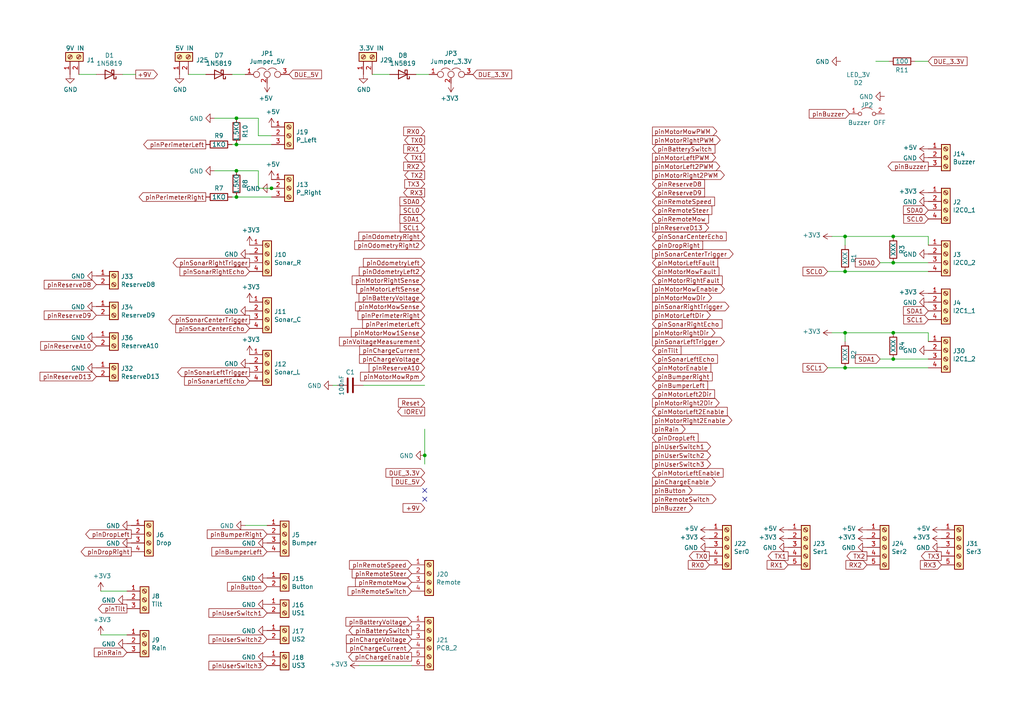
<source format=kicad_sch>
(kicad_sch (version 20210406) (generator eeschema)
  (paper "A4")
  (title_block (title "Ardumower DUE Basic Board") (date "2021-04-06") (rev "v1.0"))
  (lib_symbols
    (symbol "Connector:Screw_Terminal_01x02" (pin_names (offset 1.016) hide)
      (property "Reference" "J" (at 0 2.54 0))
      (property "Value" "Screw_Terminal_01x02" (at 0 -5.08 0))
      (symbol "Screw_Terminal_01x02_1_1"
        (pin passive line (at -5.08 0 0) (length 3.81) (name "Pin_1") (number "1"))
        (pin passive line (at -5.08 -2.54 0) (length 3.81) (name "Pin_2") (number "2"))
      )
    )
    (symbol "Connector:Screw_Terminal_01x03" (pin_names (offset 1.016) hide)
      (property "Reference" "J" (at 0 5.08 0))
      (property "Value" "Screw_Terminal_01x03" (at 0 -5.08 0))
      (symbol "Screw_Terminal_01x03_1_1"
        (pin passive line (at -5.08 2.54 0) (length 3.81) (name "Pin_1") (number "1"))
        (pin passive line (at -5.08 0 0) (length 3.81) (name "Pin_2") (number "2"))
        (pin passive line (at -5.08 -2.54 0) (length 3.81) (name "Pin_3") (number "3"))
      )
    )
    (symbol "Connector:Screw_Terminal_01x04" (pin_names (offset 1.016) hide)
      (property "Reference" "J" (at 0 5.08 0))
      (property "Value" "Screw_Terminal_01x04" (at 0 -7.62 0))
      (symbol "Screw_Terminal_01x04_1_1"
        (pin passive line (at -5.08 2.54 0) (length 3.81) (name "Pin_1") (number "1"))
        (pin passive line (at -5.08 0 0) (length 3.81) (name "Pin_2") (number "2"))
        (pin passive line (at -5.08 -2.54 0) (length 3.81) (name "Pin_3") (number "3"))
        (pin passive line (at -5.08 -5.08 0) (length 3.81) (name "Pin_4") (number "4"))
      )
    )
    (symbol "Connector:Screw_Terminal_01x05" (pin_names (offset 1.016) hide)
      (property "Reference" "J" (at 0 7.62 0))
      (property "Value" "Screw_Terminal_01x05" (at 0 -7.62 0))
      (symbol "Screw_Terminal_01x05_1_1"
        (pin passive line (at -5.08 5.08 0) (length 3.81) (name "Pin_1") (number "1"))
        (pin passive line (at -5.08 2.54 0) (length 3.81) (name "Pin_2") (number "2"))
        (pin passive line (at -5.08 0 0) (length 3.81) (name "Pin_3") (number "3"))
        (pin passive line (at -5.08 -2.54 0) (length 3.81) (name "Pin_4") (number "4"))
        (pin passive line (at -5.08 -5.08 0) (length 3.81) (name "Pin_5") (number "5"))
      )
    )
    (symbol "Connector:Screw_Terminal_01x06" (pin_names (offset 1.016) hide)
      (property "Reference" "J" (at 0 7.62 0))
      (property "Value" "Screw_Terminal_01x06" (at 0 -10.16 0))
      (symbol "Screw_Terminal_01x06_1_1"
        (pin passive line (at -5.08 5.08 0) (length 3.81) (name "Pin_1") (number "1"))
        (pin passive line (at -5.08 2.54 0) (length 3.81) (name "Pin_2") (number "2"))
        (pin passive line (at -5.08 0 0) (length 3.81) (name "Pin_3") (number "3"))
        (pin passive line (at -5.08 -2.54 0) (length 3.81) (name "Pin_4") (number "4"))
        (pin passive line (at -5.08 -5.08 0) (length 3.81) (name "Pin_5") (number "5"))
        (pin passive line (at -5.08 -7.62 0) (length 3.81) (name "Pin_6") (number "6"))
      )
    )
    (symbol "Device:C" (pin_numbers hide) (pin_names (offset 0.254))
      (property "Reference" "C" (at 0.635 2.54 0))
      (property "Value" "C" (at 0.635 -2.54 0))
      (symbol "C_1_1"
        (pin passive line (at 0 3.81 270) (length 2.794) (name "~") (number "1"))
        (pin passive line (at 0 -3.81 90) (length 2.794) (name "~") (number "2"))
      )
    )
    (symbol "Device:Jumper_NC_Dual" (pin_names (offset 0.762) hide)
      (property "Reference" "JP" (at 1.27 -2.54 0))
      (property "Value" "Jumper_NC_Dual" (at 0 2.54 0))
      (symbol "Jumper_NC_Dual_0_1"
        (pin passive line (at -6.35 0 0) (length 2.413) (name "1") (number "1"))
        (pin passive line (at 0 -2.54 90) (length 1.524) (name "2") (number "2"))
        (pin passive line (at 6.35 0 180) (length 2.413) (name "3") (number "3"))
      )
    )
    (symbol "Device:R" (pin_numbers hide) (pin_names (offset 0))
      (property "Reference" "R" (at 2.032 0 90))
      (property "Value" "R" (at 0 0 90))
      (symbol "R_1_1"
        (pin passive line (at 0 3.81 270) (length 1.27) (name "~") (number "1"))
        (pin passive line (at 0 -3.81 90) (length 1.27) (name "~") (number "2"))
      )
    )
    (symbol "Diode:1N5819" (pin_numbers hide) (pin_names (offset 1.016) hide)
      (property "Reference" "D" (at 0 2.54 0))
      (property "Value" "1N5819" (at 0 -2.54 0))
      (symbol "1N5819_1_1"
        (pin passive line (at -3.81 0 0) (length 2.54) (name "K") (number "1"))
        (pin passive line (at 3.81 0 180) (length 2.54) (name "A") (number "2"))
      )
    )
    (symbol "Jumper:Jumper_2_Open" (pin_names (offset 0) hide)
      (property "Reference" "JP" (at 0 2.794 0))
      (property "Value" "Jumper_2_Open" (at 0 -2.286 0))
      (symbol "Jumper_2_Open_1_1"
        (pin passive line (at -5.08 0 0) (length 2.54) (name "A") (number "1"))
        (pin passive line (at 5.08 0 180) (length 2.54) (name "B") (number "2"))
      )
    )
    (symbol "Mechanical:MountingHole_Pad" (pin_numbers hide) (pin_names (offset 1.016) hide)
      (property "Reference" "H" (at 0 6.35 0))
      (property "Value" "MountingHole_Pad" (at 0 4.445 0))
      (symbol "MountingHole_Pad_1_1"
        (pin input line (at 0 -2.54 90) (length 2.54) (name "1") (number "1"))
      )
    )
    (symbol "power:+3.3V" (power) (pin_names (offset 0))
      (property "Value" "+3.3V" (at 0 3.556 0))
      (symbol "+3.3V_1_1"
        (pin power_in line (at 0 0 90) (length 0) hide (name "+3V3") (number "1"))
      )
    )
    (symbol "power:+5V" (power) (pin_names (offset 0))
      (property "Value" "+5V" (at 0 3.556 0))
      (symbol "+5V_1_1"
        (pin power_in line (at 0 0 90) (length 0) hide (name "+5V") (number "1"))
      )
    )
    (symbol "power:GND" (power) (pin_names (offset 0))
      (property "Value" "GND" (at 0 -3.81 0))
      (symbol "GND_1_1"
        (pin power_in line (at 0 0 270) (length 0) hide (name "GND") (number "1"))
      )
    )
  )
  (junction (at 68.58 34.29) (diameter 0.9144))
  (junction (at 68.58 41.91) (diameter 0.9144))
  (junction (at 68.58 49.53) (diameter 0.9144))
  (junction (at 68.58 57.15) (diameter 0.9144))
  (junction (at 78.74 54.61) (diameter 0.9144))
  (junction (at 123.19 132.08) (diameter 0.9144))
  (junction (at 245.11 68.58) (diameter 0.9144))
  (junction (at 245.11 78.74) (diameter 0.9144))
  (junction (at 245.11 96.52) (diameter 0.9144))
  (junction (at 245.11 106.68) (diameter 0.9144))
  (junction (at 259.08 68.58) (diameter 0.9144))
  (junction (at 259.08 76.2) (diameter 0.9144))
  (junction (at 259.08 96.52) (diameter 0.9144))
  (junction (at 259.08 104.14) (diameter 0.9144))
  (no_connect (at 123.19 142.24))
  (no_connect (at 123.19 144.78))
  (wire (pts (xy 22.86 21.59) (xy 27.94 21.59)))
  (wire (pts (xy 29.21 171.45) (xy 36.83 171.45)))
  (wire (pts (xy 29.21 184.15) (xy 36.83 184.15)))
  (wire (pts (xy 35.56 21.59) (xy 39.37 21.59)))
  (wire (pts (xy 54.61 21.59) (xy 59.69 21.59)))
  (wire (pts (xy 62.23 34.29) (xy 68.58 34.29)))
  (wire (pts (xy 62.23 49.53) (xy 68.58 49.53)))
  (wire (pts (xy 67.31 21.59) (xy 71.12 21.59)))
  (wire (pts (xy 67.31 41.91) (xy 68.58 41.91)))
  (wire (pts (xy 67.31 57.15) (xy 68.58 57.15)))
  (wire (pts (xy 71.12 152.4) (xy 77.47 152.4)))
  (wire (pts (xy 74.93 34.29) (xy 68.58 34.29)))
  (wire (pts (xy 74.93 34.29) (xy 74.93 39.37)))
  (wire (pts (xy 74.93 39.37) (xy 78.74 39.37)))
  (wire (pts (xy 74.93 49.53) (xy 68.58 49.53)))
  (wire (pts (xy 74.93 49.53) (xy 74.93 54.61)))
  (wire (pts (xy 74.93 54.61) (xy 78.74 54.61)))
  (wire (pts (xy 78.74 41.91) (xy 68.58 41.91)))
  (wire (pts (xy 78.74 57.15) (xy 68.58 57.15)))
  (wire (pts (xy 96.52 111.76) (xy 97.79 111.76)))
  (wire (pts (xy 104.14 193.04) (xy 119.38 193.04)))
  (wire (pts (xy 105.41 111.76) (xy 123.19 111.76)))
  (wire (pts (xy 107.95 21.59) (xy 113.03 21.59)))
  (wire (pts (xy 120.65 21.59) (xy 124.46 21.59)))
  (wire (pts (xy 123.19 124.46) (xy 123.19 132.08)))
  (wire (pts (xy 123.19 134.62) (xy 123.19 132.08)))
  (wire (pts (xy 240.03 78.74) (xy 245.11 78.74)))
  (wire (pts (xy 240.03 106.68) (xy 245.11 106.68)))
  (wire (pts (xy 245.11 68.58) (xy 241.3 68.58)))
  (wire (pts (xy 245.11 71.12) (xy 245.11 68.58)))
  (wire (pts (xy 245.11 78.74) (xy 269.24 78.74)))
  (wire (pts (xy 245.11 96.52) (xy 241.3 96.52)))
  (wire (pts (xy 245.11 99.06) (xy 245.11 96.52)))
  (wire (pts (xy 245.11 106.68) (xy 269.24 106.68)))
  (wire (pts (xy 255.27 76.2) (xy 259.08 76.2)))
  (wire (pts (xy 255.27 104.14) (xy 259.08 104.14)))
  (wire (pts (xy 257.81 17.78) (xy 254 17.78)))
  (wire (pts (xy 259.08 68.58) (xy 245.11 68.58)))
  (wire (pts (xy 259.08 76.2) (xy 269.24 76.2)))
  (wire (pts (xy 259.08 96.52) (xy 245.11 96.52)))
  (wire (pts (xy 259.08 104.14) (xy 269.24 104.14)))
  (wire (pts (xy 269.24 17.78) (xy 265.43 17.78)))
  (wire (pts (xy 269.24 68.58) (xy 259.08 68.58)))
  (wire (pts (xy 269.24 71.12) (xy 269.24 68.58)))
  (wire (pts (xy 269.24 96.52) (xy 259.08 96.52)))
  (wire (pts (xy 269.24 99.06) (xy 269.24 96.52)))
  (global_label "pinReserveD8" (shape input) (at 27.94 82.55 180) (property "Intersheet References" "${INTERSHEET_REFS}" (effects hide)))
  (global_label "pinReserveD9" (shape input) (at 27.94 91.44 180) (property "Intersheet References" "${INTERSHEET_REFS}" (effects hide)))
  (global_label "pinReserveA10" (shape input) (at 27.94 100.33 180) (property "Intersheet References" "${INTERSHEET_REFS}" (effects hide)))
  (global_label "pinReserveD13" (shape input) (at 27.94 109.22 180) (property "Intersheet References" "${INTERSHEET_REFS}" (effects hide)))
  (global_label "pinTilt" (shape output) (at 36.83 176.53 180) (property "Intersheet References" "${INTERSHEET_REFS}" (effects hide)))
  (global_label "pinRain" (shape input) (at 36.83 189.23 180) (property "Intersheet References" "${INTERSHEET_REFS}" (effects hide)))
  (global_label "pinDropLeft" (shape output) (at 38.1 154.94 180) (property "Intersheet References" "${INTERSHEET_REFS}" (effects hide)))
  (global_label "pinDropRight" (shape output) (at 38.1 160.02 180) (property "Intersheet References" "${INTERSHEET_REFS}" (effects hide)))
  (global_label "+9V" (shape output) (at 39.37 21.59 0) (property "Intersheet References" "${INTERSHEET_REFS}" (effects hide)))
  (global_label "pinPerimeterLeft" (shape output) (at 59.69 41.91 180) (property "Intersheet References" "${INTERSHEET_REFS}" (effects hide)))
  (global_label "pinPerimeterRight" (shape output) (at 59.69 57.15 180) (property "Intersheet References" "${INTERSHEET_REFS}" (effects hide)))
  (global_label "pinSonarRightTrigger" (shape output) (at 72.39 76.2 180) (property "Intersheet References" "${INTERSHEET_REFS}" (effects hide)))
  (global_label "pinSonarRightEcho" (shape input) (at 72.39 78.74 180) (property "Intersheet References" "${INTERSHEET_REFS}" (effects hide)))
  (global_label "pinSonarCenterTrigger" (shape output) (at 72.39 92.71 180) (property "Intersheet References" "${INTERSHEET_REFS}" (effects hide)))
  (global_label "pinSonarCenterEcho" (shape input) (at 72.39 95.25 180) (property "Intersheet References" "${INTERSHEET_REFS}" (effects hide)))
  (global_label "pinSonarLeftTrigger" (shape output) (at 72.39 107.95 180) (property "Intersheet References" "${INTERSHEET_REFS}" (effects hide)))
  (global_label "pinSonarLeftEcho" (shape input) (at 72.39 110.49 180) (property "Intersheet References" "${INTERSHEET_REFS}" (effects hide)))
  (global_label "pinBumperRight" (shape input) (at 77.47 154.94 180) (property "Intersheet References" "${INTERSHEET_REFS}" (effects hide)))
  (global_label "pinBumperLeft" (shape input) (at 77.47 160.02 180) (property "Intersheet References" "${INTERSHEET_REFS}" (effects hide)))
  (global_label "pinButton" (shape input) (at 77.47 170.18 180) (property "Intersheet References" "${INTERSHEET_REFS}" (effects hide)))
  (global_label "pinUserSwitch1" (shape input) (at 77.47 177.8 180) (property "Intersheet References" "${INTERSHEET_REFS}" (effects hide)))
  (global_label "pinUserSwitch2" (shape input) (at 77.47 185.42 180) (property "Intersheet References" "${INTERSHEET_REFS}" (effects hide)))
  (global_label "pinUserSwitch3" (shape input) (at 77.47 193.04 180) (property "Intersheet References" "${INTERSHEET_REFS}" (effects hide)))
  (global_label "DUE_5V" (shape input) (at 83.82 21.59 0) (property "Intersheet References" "${INTERSHEET_REFS}" (effects hide)))
  (global_label "pinRemoteSpeed" (shape input) (at 119.38 163.83 180) (property "Intersheet References" "${INTERSHEET_REFS}" (effects hide)))
  (global_label "pinRemoteSteer" (shape input) (at 119.38 166.37 180) (property "Intersheet References" "${INTERSHEET_REFS}" (effects hide)))
  (global_label "pinRemoteMow" (shape input) (at 119.38 168.91 180) (property "Intersheet References" "${INTERSHEET_REFS}" (effects hide)))
  (global_label "pinRemoteSwitch" (shape input) (at 119.38 171.45 180) (property "Intersheet References" "${INTERSHEET_REFS}" (effects hide)))
  (global_label "pinBatteryVoltage" (shape input) (at 119.38 180.34 180) (property "Intersheet References" "${INTERSHEET_REFS}" (effects hide)))
  (global_label "pinBatterySwitch" (shape output) (at 119.38 182.88 180) (property "Intersheet References" "${INTERSHEET_REFS}" (effects hide)))
  (global_label "pinChargeVoltage" (shape input) (at 119.38 185.42 180) (property "Intersheet References" "${INTERSHEET_REFS}" (effects hide)))
  (global_label "pinChargeCurrent" (shape input) (at 119.38 187.96 180) (property "Intersheet References" "${INTERSHEET_REFS}" (effects hide)))
  (global_label "pinChargeEnable" (shape output) (at 119.38 190.5 180) (property "Intersheet References" "${INTERSHEET_REFS}" (effects hide)))
  (global_label "RX0" (shape input) (at 123.19 38.1 180) (property "Intersheet References" "${INTERSHEET_REFS}" (effects hide)))
  (global_label "TX0" (shape output) (at 123.19 40.64 180) (property "Intersheet References" "${INTERSHEET_REFS}" (effects hide)))
  (global_label "RX1" (shape input) (at 123.19 43.18 180) (property "Intersheet References" "${INTERSHEET_REFS}" (effects hide)))
  (global_label "TX1" (shape output) (at 123.19 45.72 180) (property "Intersheet References" "${INTERSHEET_REFS}" (effects hide)))
  (global_label "RX2" (shape input) (at 123.19 48.26 180) (property "Intersheet References" "${INTERSHEET_REFS}" (effects hide)))
  (global_label "TX2" (shape output) (at 123.19 50.8 180) (property "Intersheet References" "${INTERSHEET_REFS}" (effects hide)))
  (global_label "TX3" (shape input) (at 123.19 53.34 180) (property "Intersheet References" "${INTERSHEET_REFS}" (effects hide)))
  (global_label "RX3" (shape output) (at 123.19 55.88 180) (property "Intersheet References" "${INTERSHEET_REFS}" (effects hide)))
  (global_label "SDA0" (shape input) (at 123.19 58.42 180) (property "Intersheet References" "${INTERSHEET_REFS}" (effects hide)))
  (global_label "SCL0" (shape input) (at 123.19 60.96 180) (property "Intersheet References" "${INTERSHEET_REFS}" (effects hide)))
  (global_label "SDA1" (shape input) (at 123.19 63.5 180) (property "Intersheet References" "${INTERSHEET_REFS}" (effects hide)))
  (global_label "SCL1" (shape input) (at 123.19 66.04 180) (property "Intersheet References" "${INTERSHEET_REFS}" (effects hide)))
  (global_label "pinOdometryRight" (shape input) (at 123.19 68.58 180) (property "Intersheet References" "${INTERSHEET_REFS}" (effects hide)))
  (global_label "pinOdometryRight2" (shape input) (at 123.19 71.12 180) (property "Intersheet References" "${INTERSHEET_REFS}" (effects hide)))
  (global_label "pinOdometryLeft" (shape input) (at 123.19 76.2 180) (property "Intersheet References" "${INTERSHEET_REFS}" (effects hide)))
  (global_label "pinOdometryLeft2" (shape input) (at 123.19 78.74 180) (property "Intersheet References" "${INTERSHEET_REFS}" (effects hide)))
  (global_label "pinMotorRightSense" (shape input) (at 123.19 81.28 180) (property "Intersheet References" "${INTERSHEET_REFS}" (effects hide)))
  (global_label "pinMotorLeftSense" (shape input) (at 123.19 83.82 180) (property "Intersheet References" "${INTERSHEET_REFS}" (effects hide)))
  (global_label "pinBatteryVoltage" (shape input) (at 123.19 86.36 180) (property "Intersheet References" "${INTERSHEET_REFS}" (effects hide)))
  (global_label "pinMotorMowSense" (shape input) (at 123.19 88.9 180) (property "Intersheet References" "${INTERSHEET_REFS}" (effects hide)))
  (global_label "pinPerimeterRight" (shape input) (at 123.19 91.44 180) (property "Intersheet References" "${INTERSHEET_REFS}" (effects hide)))
  (global_label "pinPerimeterLeft" (shape input) (at 123.19 93.98 180) (property "Intersheet References" "${INTERSHEET_REFS}" (effects hide)))
  (global_label "pinMotorMow1Sense" (shape input) (at 123.19 96.52 180) (property "Intersheet References" "${INTERSHEET_REFS}" (effects hide)))
  (global_label "pinVoltageMeasurement" (shape input) (at 123.19 99.06 180) (property "Intersheet References" "${INTERSHEET_REFS}" (effects hide)))
  (global_label "pinChargeCurrent" (shape input) (at 123.19 101.6 180) (property "Intersheet References" "${INTERSHEET_REFS}" (effects hide)))
  (global_label "pinChargeVoltage" (shape input) (at 123.19 104.14 180) (property "Intersheet References" "${INTERSHEET_REFS}" (effects hide)))
  (global_label "pinReserveA10" (shape input) (at 123.19 106.68 180) (property "Intersheet References" "${INTERSHEET_REFS}" (effects hide)))
  (global_label "pinMotorMowRpm" (shape input) (at 123.19 109.22 180) (property "Intersheet References" "${INTERSHEET_REFS}" (effects hide)))
  (global_label "Reset" (shape input) (at 123.19 116.84 180) (property "Intersheet References" "${INTERSHEET_REFS}" (effects hide)))
  (global_label "IOREV" (shape output) (at 123.19 119.38 180) (property "Intersheet References" "${INTERSHEET_REFS}" (effects hide)))
  (global_label "DUE_3.3V" (shape input) (at 123.19 137.16 180) (property "Intersheet References" "${INTERSHEET_REFS}" (effects hide)))
  (global_label "DUE_5V" (shape input) (at 123.19 139.7 180) (property "Intersheet References" "${INTERSHEET_REFS}" (effects hide)))
  (global_label "+9V" (shape input) (at 123.19 147.32 180) (property "Intersheet References" "${INTERSHEET_REFS}" (effects hide)))
  (global_label "DUE_3.3V" (shape input) (at 137.16 21.59 0) (property "Intersheet References" "${INTERSHEET_REFS}" (effects hide)))
  (global_label "pinMotorMowPWM" (shape output) (at 189.23 38.1 0) (property "Intersheet References" "${INTERSHEET_REFS}" (effects hide)))
  (global_label "pinMotorRightPWM" (shape output) (at 189.23 40.64 0) (property "Intersheet References" "${INTERSHEET_REFS}" (effects hide)))
  (global_label "pinBatterySwitch" (shape input) (at 189.23 43.18 0) (property "Intersheet References" "${INTERSHEET_REFS}" (effects hide)))
  (global_label "pinMotorLeftPWM" (shape output) (at 189.23 45.72 0) (property "Intersheet References" "${INTERSHEET_REFS}" (effects hide)))
  (global_label "pinMotorLeft2PWM" (shape output) (at 189.23 48.26 0) (property "Intersheet References" "${INTERSHEET_REFS}" (effects hide)))
  (global_label "pinMotorRight2PWM" (shape output) (at 189.23 50.8 0) (property "Intersheet References" "${INTERSHEET_REFS}" (effects hide)))
  (global_label "pinReserveD8" (shape input) (at 189.23 53.34 0) (property "Intersheet References" "${INTERSHEET_REFS}" (effects hide)))
  (global_label "pinReserveD9" (shape input) (at 189.23 55.88 0) (property "Intersheet References" "${INTERSHEET_REFS}" (effects hide)))
  (global_label "pinRemoteSpeed" (shape input) (at 189.23 58.42 0) (property "Intersheet References" "${INTERSHEET_REFS}" (effects hide)))
  (global_label "pinRemoteSteer" (shape input) (at 189.23 60.96 0) (property "Intersheet References" "${INTERSHEET_REFS}" (effects hide)))
  (global_label "pinRemoteMow" (shape input) (at 189.23 63.5 0) (property "Intersheet References" "${INTERSHEET_REFS}" (effects hide)))
  (global_label "pinReserveD13" (shape output) (at 189.23 66.04 0) (property "Intersheet References" "${INTERSHEET_REFS}" (effects hide)))
  (global_label "pinSonarCenterEcho" (shape input) (at 189.23 68.58 0) (property "Intersheet References" "${INTERSHEET_REFS}" (effects hide)))
  (global_label "pinDropRight" (shape input) (at 189.23 71.12 0) (property "Intersheet References" "${INTERSHEET_REFS}" (effects hide)))
  (global_label "pinSonarCenterTrigger" (shape output) (at 189.23 73.66 0) (property "Intersheet References" "${INTERSHEET_REFS}" (effects hide)))
  (global_label "pinMotorLeftFault" (shape input) (at 189.23 76.2 0) (property "Intersheet References" "${INTERSHEET_REFS}" (effects hide)))
  (global_label "pinMotorMowFault" (shape input) (at 189.23 78.74 0) (property "Intersheet References" "${INTERSHEET_REFS}" (effects hide)))
  (global_label "pinMotorRightFault" (shape input) (at 189.23 81.28 0) (property "Intersheet References" "${INTERSHEET_REFS}" (effects hide)))
  (global_label "pinMotorMowEnable" (shape output) (at 189.23 83.82 0) (property "Intersheet References" "${INTERSHEET_REFS}" (effects hide)))
  (global_label "pinMotorMowDir" (shape output) (at 189.23 86.36 0) (property "Intersheet References" "${INTERSHEET_REFS}" (effects hide)))
  (global_label "pinSonarRightTrigger" (shape output) (at 189.23 88.9 0) (property "Intersheet References" "${INTERSHEET_REFS}" (effects hide)))
  (global_label "pinMotorLeftDir" (shape output) (at 189.23 91.44 0) (property "Intersheet References" "${INTERSHEET_REFS}" (effects hide)))
  (global_label "pinSonarRightEcho" (shape input) (at 189.23 93.98 0) (property "Intersheet References" "${INTERSHEET_REFS}" (effects hide)))
  (global_label "pinMotorRightDir" (shape output) (at 189.23 96.52 0) (property "Intersheet References" "${INTERSHEET_REFS}" (effects hide)))
  (global_label "pinSonarLeftTrigger" (shape output) (at 189.23 99.06 0) (property "Intersheet References" "${INTERSHEET_REFS}" (effects hide)))
  (global_label "pinTilt" (shape input) (at 189.23 101.6 0) (property "Intersheet References" "${INTERSHEET_REFS}" (effects hide)))
  (global_label "pinSonarLeftEcho" (shape input) (at 189.23 104.14 0) (property "Intersheet References" "${INTERSHEET_REFS}" (effects hide)))
  (global_label "pinMotorEnable" (shape input) (at 189.23 106.68 0) (property "Intersheet References" "${INTERSHEET_REFS}" (effects hide)))
  (global_label "pinBumperRight" (shape input) (at 189.23 109.22 0) (property "Intersheet References" "${INTERSHEET_REFS}" (effects hide)))
  (global_label "pinBumperLeft" (shape input) (at 189.23 111.76 0) (property "Intersheet References" "${INTERSHEET_REFS}" (effects hide)))
  (global_label "pinMotorLeft2Dir" (shape input) (at 189.23 114.3 0) (property "Intersheet References" "${INTERSHEET_REFS}" (effects hide)))
  (global_label "pinMotorRight2Dir" (shape output) (at 189.23 116.84 0) (property "Intersheet References" "${INTERSHEET_REFS}" (effects hide)))
  (global_label "pinMotorLeft2Enable" (shape input) (at 189.23 119.38 0) (property "Intersheet References" "${INTERSHEET_REFS}" (effects hide)))
  (global_label "pinMotorRight2Enable" (shape output) (at 189.23 121.92 0) (property "Intersheet References" "${INTERSHEET_REFS}" (effects hide)))
  (global_label "pinRain" (shape output) (at 189.23 124.46 0) (property "Intersheet References" "${INTERSHEET_REFS}" (effects hide)))
  (global_label "pinDropLeft" (shape input) (at 189.23 127 0) (property "Intersheet References" "${INTERSHEET_REFS}" (effects hide)))
  (global_label "pinUserSwitch1" (shape output) (at 189.23 129.54 0) (property "Intersheet References" "${INTERSHEET_REFS}" (effects hide)))
  (global_label "pinUserSwitch2" (shape output) (at 189.23 132.08 0) (property "Intersheet References" "${INTERSHEET_REFS}" (effects hide)))
  (global_label "pinUserSwitch3" (shape output) (at 189.23 134.62 0) (property "Intersheet References" "${INTERSHEET_REFS}" (effects hide)))
  (global_label "pinMotorLeftEnable" (shape input) (at 189.23 137.16 0) (property "Intersheet References" "${INTERSHEET_REFS}" (effects hide)))
  (global_label "pinChargeEnable" (shape output) (at 189.23 139.7 0) (property "Intersheet References" "${INTERSHEET_REFS}" (effects hide)))
  (global_label "pinButton" (shape output) (at 189.23 142.24 0) (property "Intersheet References" "${INTERSHEET_REFS}" (effects hide)))
  (global_label "pinRemoteSwitch" (shape output) (at 189.23 144.78 0) (property "Intersheet References" "${INTERSHEET_REFS}" (effects hide)))
  (global_label "pinBuzzer" (shape output) (at 189.23 147.32 0) (property "Intersheet References" "${INTERSHEET_REFS}" (effects hide)))
  (global_label "TX0" (shape output) (at 205.74 161.29 180) (property "Intersheet References" "${INTERSHEET_REFS}" (effects hide)))
  (global_label "RX0" (shape input) (at 205.74 163.83 180) (property "Intersheet References" "${INTERSHEET_REFS}" (effects hide)))
  (global_label "TX1" (shape output) (at 228.6 161.29 180) (property "Intersheet References" "${INTERSHEET_REFS}" (effects hide)))
  (global_label "RX1" (shape input) (at 228.6 163.83 180) (property "Intersheet References" "${INTERSHEET_REFS}" (effects hide)))
  (global_label "SCL0" (shape input) (at 240.03 78.74 180) (property "Intersheet References" "${INTERSHEET_REFS}" (effects hide)))
  (global_label "SCL1" (shape input) (at 240.03 106.68 180) (property "Intersheet References" "${INTERSHEET_REFS}" (effects hide)))
  (global_label "pinBuzzer" (shape input) (at 246.38 33.02 180) (property "Intersheet References" "${INTERSHEET_REFS}" (effects hide)))
  (global_label "TX2" (shape output) (at 251.46 161.29 180) (property "Intersheet References" "${INTERSHEET_REFS}" (effects hide)))
  (global_label "RX2" (shape input) (at 251.46 163.83 180) (property "Intersheet References" "${INTERSHEET_REFS}" (effects hide)))
  (global_label "SDA0" (shape input) (at 255.27 76.2 180) (property "Intersheet References" "${INTERSHEET_REFS}" (effects hide)))
  (global_label "SDA1" (shape input) (at 255.27 104.14 180) (property "Intersheet References" "${INTERSHEET_REFS}" (effects hide)))
  (global_label "DUE_3.3V" (shape input) (at 269.24 17.78 0) (property "Intersheet References" "${INTERSHEET_REFS}" (effects hide)))
  (global_label "pinBuzzer" (shape output) (at 269.24 48.26 180) (property "Intersheet References" "${INTERSHEET_REFS}" (effects hide)))
  (global_label "SDA0" (shape input) (at 269.24 60.96 180) (property "Intersheet References" "${INTERSHEET_REFS}" (effects hide)))
  (global_label "SCL0" (shape input) (at 269.24 63.5 180) (property "Intersheet References" "${INTERSHEET_REFS}" (effects hide)))
  (global_label "SDA1" (shape input) (at 269.24 90.17 180) (property "Intersheet References" "${INTERSHEET_REFS}" (effects hide)))
  (global_label "SCL1" (shape input) (at 269.24 92.71 180) (property "Intersheet References" "${INTERSHEET_REFS}" (effects hide)))
  (global_label "TX3" (shape output) (at 273.05 161.29 180) (property "Intersheet References" "${INTERSHEET_REFS}" (effects hide)))
  (global_label "RX3" (shape input) (at 273.05 163.83 180) (property "Intersheet References" "${INTERSHEET_REFS}" (effects hide)))
  (symbol (lib_id "power:+3.3V") (at 29.21 171.45 0) (unit 1)
    (property "Reference" "#PWR010" (effects hide))
    (property "Value" "+3.3V" (at 29.591 167.0558 0))
  )
  (symbol (lib_id "power:+3.3V") (at 29.21 184.15 0) (unit 1)
    (property "Reference" "#PWR011" (effects hide))
    (property "Value" "+3.3V" (at 29.591 179.7558 0))
  )
  (symbol (lib_id "power:+3.3V") (at 72.39 71.12 0) (unit 1)
    (property "Reference" "#PWR024" (effects hide))
    (property "Value" "+3.3V" (at 72.771 66.7258 0))
  )
  (symbol (lib_id "power:+3.3V") (at 72.39 87.63 0) (unit 1)
    (property "Reference" "#PWR025" (effects hide))
    (property "Value" "+3.3V" (at 72.771 83.2358 0))
  )
  (symbol (lib_id "power:+3.3V") (at 72.39 102.87 0) (unit 1)
    (property "Reference" "#PWR038" (effects hide))
    (property "Value" "+3.3V" (at 72.771 98.4758 0))
  )
  (symbol (lib_id "power:+5V") (at 77.47 24.13 180) (unit 1)
    (property "Reference" "#PWR039" (effects hide))
    (property "Value" "+5V" (at 77.089 28.5242 0))
  )
  (symbol (lib_id "power:+5V") (at 78.74 36.83 0) (unit 1)
    (property "Reference" "#PWR034" (effects hide))
    (property "Value" "+5V" (at 79.121 32.4358 0))
  )
  (symbol (lib_id "power:+5V") (at 78.74 52.07 0) (unit 1)
    (property "Reference" "#PWR026" (effects hide))
    (property "Value" "+5V" (at 79.121 47.6758 0))
  )
  (symbol (lib_id "power:+3.3V") (at 104.14 193.04 90) (unit 1)
    (property "Reference" "#PWR08" (effects hide))
    (property "Value" "+3.3V" (at 100.8888 192.659 90) (effects (justify left)))
  )
  (symbol (lib_id "power:+3.3V") (at 130.81 24.13 180) (unit 1)
    (property "Reference" "#PWR050" (effects hide))
    (property "Value" "+3.3V" (at 130.429 28.5242 0))
  )
  (symbol (lib_id "power:+5V") (at 205.74 153.67 90) (unit 1)
    (property "Reference" "#PWR044" (effects hide))
    (property "Value" "+5V" (at 202.4888 153.289 90) (effects (justify left)))
  )
  (symbol (lib_id "power:+3.3V") (at 205.74 156.21 90) (unit 1)
    (property "Reference" "#PWR045" (effects hide))
    (property "Value" "+3.3V" (at 202.4888 155.829 90) (effects (justify left)))
  )
  (symbol (lib_id "power:+5V") (at 228.6 153.67 90) (unit 1)
    (property "Reference" "#PWR072" (effects hide))
    (property "Value" "+5V" (at 225.3488 153.289 90) (effects (justify left)))
  )
  (symbol (lib_id "power:+3.3V") (at 228.6 156.21 90) (unit 1)
    (property "Reference" "#PWR073" (effects hide))
    (property "Value" "+3.3V" (at 225.3488 155.829 90) (effects (justify left)))
  )
  (symbol (lib_id "power:+3.3V") (at 241.3 68.58 90) (unit 1)
    (property "Reference" "#PWR04" (effects hide))
    (property "Value" "+3.3V" (at 238.0488 68.199 90) (effects (justify left)))
  )
  (symbol (lib_id "power:+3.3V") (at 241.3 96.52 90) (unit 1)
    (property "Reference" "#PWR051" (effects hide))
    (property "Value" "+3.3V" (at 238.0488 96.139 90) (effects (justify left)))
  )
  (symbol (lib_id "power:+5V") (at 251.46 153.67 90) (unit 1)
    (property "Reference" "#PWR075" (effects hide))
    (property "Value" "+5V" (at 248.2088 153.289 90) (effects (justify left)))
  )
  (symbol (lib_id "power:+3.3V") (at 251.46 156.21 90) (unit 1)
    (property "Reference" "#PWR076" (effects hide))
    (property "Value" "+3.3V" (at 248.2088 155.829 90) (effects (justify left)))
  )
  (symbol (lib_id "power:+5V") (at 269.24 43.18 90) (unit 1)
    (property "Reference" "#PWR028" (effects hide))
    (property "Value" "+5V" (at 265.9888 42.799 90) (effects (justify left)))
  )
  (symbol (lib_id "power:+3.3V") (at 269.24 55.88 90) (unit 1)
    (property "Reference" "#PWR02" (effects hide))
    (property "Value" "+3.3V" (at 265.9888 55.499 90) (effects (justify left)))
  )
  (symbol (lib_id "power:+3.3V") (at 269.24 85.09 90) (unit 1)
    (property "Reference" "#PWR06" (effects hide))
    (property "Value" "+3.3V" (at 265.9888 84.709 90) (effects (justify left)))
  )
  (symbol (lib_id "power:+5V") (at 273.05 153.67 90) (unit 1)
    (property "Reference" "#PWR078" (effects hide))
    (property "Value" "+5V" (at 269.7988 153.289 90) (effects (justify left)))
  )
  (symbol (lib_id "power:+3.3V") (at 273.05 156.21 90) (unit 1)
    (property "Reference" "#PWR079" (effects hide))
    (property "Value" "+3.3V" (at 269.7988 155.829 90) (effects (justify left)))
  )
  (symbol (lib_id "power:GND") (at 20.32 21.59 0) (unit 1)
    (property "Reference" "#PWR01" (effects hide))
    (property "Value" "GND" (at 20.447 25.9842 0))
  )
  (symbol (lib_id "power:GND") (at 27.94 80.01 270) (unit 1)
    (property "Reference" "#PWR052" (effects hide))
    (property "Value" "GND" (at 24.6888 80.137 90) (effects (justify right)))
  )
  (symbol (lib_id "power:GND") (at 27.94 88.9 270) (unit 1)
    (property "Reference" "#PWR059" (effects hide))
    (property "Value" "GND" (at 24.6888 89.027 90) (effects (justify right)))
  )
  (symbol (lib_id "power:GND") (at 27.94 97.79 270) (unit 1)
    (property "Reference" "#PWR065" (effects hide))
    (property "Value" "GND" (at 24.6888 97.917 90) (effects (justify right)))
  )
  (symbol (lib_id "power:GND") (at 27.94 106.68 270) (unit 1)
    (property "Reference" "#PWR09" (effects hide))
    (property "Value" "GND" (at 24.6888 106.807 90) (effects (justify right)))
  )
  (symbol (lib_id "power:GND") (at 36.83 173.99 270) (unit 1)
    (property "Reference" "#PWR016" (effects hide))
    (property "Value" "GND" (at 33.5788 174.117 90) (effects (justify right)))
  )
  (symbol (lib_id "power:GND") (at 36.83 186.69 270) (unit 1)
    (property "Reference" "#PWR017" (effects hide))
    (property "Value" "GND" (at 33.5788 186.817 90) (effects (justify right)))
  )
  (symbol (lib_id "power:GND") (at 38.1 152.4 270) (unit 1)
    (property "Reference" "#PWR014" (effects hide))
    (property "Value" "GND" (at 34.8488 152.527 90) (effects (justify right)))
  )
  (symbol (lib_id "power:GND") (at 38.1 157.48 270) (unit 1)
    (property "Reference" "#PWR015" (effects hide))
    (property "Value" "GND" (at 34.8488 157.607 90) (effects (justify right)))
  )
  (symbol (lib_id "power:GND") (at 52.07 21.59 0) (unit 1)
    (property "Reference" "#PWR023" (effects hide))
    (property "Value" "GND" (at 52.197 25.9842 0))
  )
  (symbol (lib_id "power:GND") (at 62.23 34.29 270) (unit 1)
    (property "Reference" "#PWR022" (effects hide))
    (property "Value" "GND" (at 58.9788 34.417 90) (effects (justify right)))
  )
  (symbol (lib_id "power:GND") (at 62.23 49.53 270) (unit 1)
    (property "Reference" "#PWR021" (effects hide))
    (property "Value" "GND" (at 58.9788 49.657 90) (effects (justify right)))
  )
  (symbol (lib_id "power:GND") (at 71.12 152.4 270) (unit 1)
    (property "Reference" "#PWR012" (effects hide))
    (property "Value" "GND" (at 67.8688 152.527 90) (effects (justify right)))
  )
  (symbol (lib_id "power:GND") (at 72.39 73.66 270) (unit 1)
    (property "Reference" "#PWR020" (effects hide))
    (property "Value" "GND" (at 69.1388 73.787 90) (effects (justify right)))
  )
  (symbol (lib_id "power:GND") (at 72.39 90.17 270) (unit 1)
    (property "Reference" "#PWR018" (effects hide))
    (property "Value" "GND" (at 69.1388 90.297 90) (effects (justify right)))
  )
  (symbol (lib_id "power:GND") (at 72.39 105.41 270) (unit 1)
    (property "Reference" "#PWR019" (effects hide))
    (property "Value" "GND" (at 69.1388 105.537 90) (effects (justify right)))
  )
  (symbol (lib_id "power:GND") (at 77.47 157.48 270) (unit 1)
    (property "Reference" "#PWR013" (effects hide))
    (property "Value" "GND" (at 74.2188 157.607 90) (effects (justify right)))
  )
  (symbol (lib_id "power:GND") (at 77.47 167.64 270) (unit 1)
    (property "Reference" "#PWR030" (effects hide))
    (property "Value" "GND" (at 74.2188 167.767 90) (effects (justify right)))
  )
  (symbol (lib_id "power:GND") (at 77.47 175.26 270) (unit 1)
    (property "Reference" "#PWR031" (effects hide))
    (property "Value" "GND" (at 74.2188 175.387 90) (effects (justify right)))
  )
  (symbol (lib_id "power:GND") (at 77.47 182.88 270) (unit 1)
    (property "Reference" "#PWR032" (effects hide))
    (property "Value" "GND" (at 74.2188 183.007 90) (effects (justify right)))
  )
  (symbol (lib_id "power:GND") (at 77.47 190.5 270) (unit 1)
    (property "Reference" "#PWR033" (effects hide))
    (property "Value" "GND" (at 74.2188 190.627 90) (effects (justify right)))
  )
  (symbol (lib_id "power:GND") (at 78.74 54.61 270) (unit 1)
    (property "Reference" "#PWR027" (effects hide))
    (property "Value" "GND" (at 75.4888 54.737 90) (effects (justify right)))
  )
  (symbol (lib_id "power:GND") (at 96.52 111.76 270) (unit 1)
    (property "Reference" "#PWR036" (effects hide))
    (property "Value" "GND" (at 93.2688 111.887 90) (effects (justify right)))
  )
  (symbol (lib_id "power:GND") (at 105.41 21.59 0) (unit 1)
    (property "Reference" "#PWR049" (effects hide))
    (property "Value" "GND" (at 105.537 25.9842 0))
  )
  (symbol (lib_id "power:GND") (at 123.19 132.08 270) (unit 1)
    (property "Reference" "#PWR037" (effects hide))
    (property "Value" "GND" (at 119.9388 132.207 90) (effects (justify right)))
  )
  (symbol (lib_id "power:GND") (at 205.74 158.75 270) (unit 1)
    (property "Reference" "#PWR071" (effects hide))
    (property "Value" "GND" (at 202.4888 158.877 90) (effects (justify right)))
  )
  (symbol (lib_id "power:GND") (at 228.6 158.75 270) (unit 1)
    (property "Reference" "#PWR074" (effects hide))
    (property "Value" "GND" (at 225.3488 158.877 90) (effects (justify right)))
  )
  (symbol (lib_id "power:GND") (at 243.84 17.78 270) (unit 1)
    (property "Reference" "#PWR042" (effects hide))
    (property "Value" "GND" (at 240.5888 17.907 90) (effects (justify right)))
  )
  (symbol (lib_id "power:GND") (at 251.46 158.75 270) (unit 1)
    (property "Reference" "#PWR077" (effects hide))
    (property "Value" "GND" (at 248.2088 158.877 90) (effects (justify right)))
  )
  (symbol (lib_id "power:GND") (at 256.54 27.94 270) (unit 1)
    (property "Reference" "#PWR035" (effects hide))
    (property "Value" "GND" (at 253.2888 28.067 90) (effects (justify right)))
  )
  (symbol (lib_id "power:GND") (at 269.24 45.72 270) (unit 1)
    (property "Reference" "#PWR029" (effects hide))
    (property "Value" "GND" (at 265.9888 45.847 90) (effects (justify right)))
  )
  (symbol (lib_id "power:GND") (at 269.24 58.42 270) (unit 1)
    (property "Reference" "#PWR03" (effects hide))
    (property "Value" "GND" (at 265.9888 58.547 90) (effects (justify right)))
  )
  (symbol (lib_id "power:GND") (at 269.24 73.66 270) (unit 1)
    (property "Reference" "#PWR05" (effects hide))
    (property "Value" "GND" (at 265.9888 73.787 90) (effects (justify right)))
  )
  (symbol (lib_id "power:GND") (at 269.24 87.63 270) (unit 1)
    (property "Reference" "#PWR07" (effects hide))
    (property "Value" "GND" (at 265.9888 87.757 90) (effects (justify right)))
  )
  (symbol (lib_id "power:GND") (at 269.24 101.6 270) (unit 1)
    (property "Reference" "#PWR068" (effects hide))
    (property "Value" "GND" (at 265.9888 101.727 90) (effects (justify right)))
  )
  (symbol (lib_id "power:GND") (at 273.05 158.75 270) (unit 1)
    (property "Reference" "#PWR080" (effects hide))
    (property "Value" "GND" (at 269.7988 158.877 90) (effects (justify right)))
  )
  (symbol (lib_id "power:GND") (at 303.53 24.13 0) (unit 1)
    (property "Reference" "#PWR047" (effects hide))
    (property "Value" "GND" (at 303.657 27.3812 90) (effects (justify right)))
  )
  (symbol (lib_id "power:GND") (at 303.53 41.91 0) (unit 1)
    (property "Reference" "#PWR048" (effects hide))
    (property "Value" "GND" (at 303.657 45.1612 90) (effects (justify right)))
  )
  (symbol (lib_id "power:GND") (at 303.53 59.69 0) (unit 1)
    (property "Reference" "#PWR069" (effects hide))
    (property "Value" "GND" (at 303.657 62.9412 90) (effects (justify right)))
  )
  (symbol (lib_id "power:GND") (at 303.53 77.47 0) (unit 1)
    (property "Reference" "#PWR070" (effects hide))
    (property "Value" "GND" (at 303.657 80.7212 90) (effects (justify right)))
  )
  (symbol (lib_id "Device:R") (at 63.5 41.91 270) (unit 1)
    (property "Reference" "R9" (at 63.5 39.37 90))
    (property "Value" "1KO" (at 63.5 41.91 90))
    (property "Footprint" "Resistor_THT:R_Axial_DIN0207_L6.3mm_D2.5mm_P2.54mm_Vertical" (effects hide))
  )
  (symbol (lib_id "Device:R") (at 63.5 57.15 270) (unit 1)
    (property "Reference" "R7" (at 63.5 54.61 90))
    (property "Value" "1KO" (at 63.5 57.15 90))
    (property "Footprint" "Resistor_THT:R_Axial_DIN0207_L6.3mm_D2.5mm_P2.54mm_Vertical" (effects hide))
  )
  (symbol (lib_id "Device:R") (at 68.58 38.1 180) (unit 1)
    (property "Reference" "R10" (at 71.12 38.1 90))
    (property "Value" "1.5KO" (at 68.58 38.1 90))
    (property "Footprint" "Resistor_THT:R_Axial_DIN0207_L6.3mm_D2.5mm_P2.54mm_Vertical" (effects hide))
  )
  (symbol (lib_id "Device:R") (at 68.58 53.34 180) (unit 1)
    (property "Reference" "R8" (at 71.12 53.34 90))
    (property "Value" "1.5KO" (at 68.58 53.34 90))
    (property "Footprint" "Resistor_THT:R_Axial_DIN0207_L6.3mm_D2.5mm_P2.54mm_Vertical" (effects hide))
  )
  (symbol (lib_id "Device:R") (at 245.11 74.93 180) (unit 1)
    (property "Reference" "R1" (at 247.65 74.93 90))
    (property "Value" "XXX" (at 245.11 74.93 90))
    (property "Footprint" "Resistor_THT:R_Axial_DIN0207_L6.3mm_D2.5mm_P2.54mm_Vertical" (effects hide))
  )
  (symbol (lib_id "Device:R") (at 245.11 102.87 180) (unit 1)
    (property "Reference" "R2" (at 247.65 102.87 90))
    (property "Value" "XXX" (at 245.11 102.87 90))
    (property "Footprint" "Resistor_THT:R_Axial_DIN0207_L6.3mm_D2.5mm_P2.54mm_Vertical" (effects hide))
  )
  (symbol (lib_id "Device:R") (at 259.08 72.39 180) (unit 1)
    (property "Reference" "R3" (at 261.62 72.39 90))
    (property "Value" "XXX" (at 259.08 72.39 90))
    (property "Footprint" "Resistor_THT:R_Axial_DIN0207_L6.3mm_D2.5mm_P2.54mm_Vertical" (effects hide))
  )
  (symbol (lib_id "Device:R") (at 259.08 100.33 180) (unit 1)
    (property "Reference" "R4" (at 261.62 100.33 90))
    (property "Value" "XXX" (at 259.08 100.33 90))
    (property "Footprint" "Resistor_THT:R_Axial_DIN0207_L6.3mm_D2.5mm_P2.54mm_Vertical" (effects hide))
  )
  (symbol (lib_id "Device:R") (at 261.62 17.78 90) (unit 1)
    (property "Reference" "R11" (at 261.62 20.32 90))
    (property "Value" "100" (at 261.62 17.78 90))
    (property "Footprint" "Resistor_THT:R_Axial_DIN0207_L6.3mm_D2.5mm_P2.54mm_Vertical" (effects hide))
  )
  (symbol (lib_id "Mechanical:MountingHole_Pad") (at 303.53 21.59 0) (unit 1)
    (property "Reference" "H1" (at 306.07 20.3454 0) (effects (justify left)))
    (property "Value" "MountingHole_Pad" (at 306.07 22.6568 0) (effects (justify left)))
    (property "Footprint" "MountingHole:MountingHole_2.2mm_M2_Pad_TopBottom" (effects hide))
  )
  (symbol (lib_id "Mechanical:MountingHole_Pad") (at 303.53 39.37 0) (unit 1)
    (property "Reference" "H2" (at 306.07 38.1254 0) (effects (justify left)))
    (property "Value" "MountingHole_Pad" (at 306.07 40.4368 0) (effects (justify left)))
    (property "Footprint" "MountingHole:MountingHole_2.2mm_M2_Pad_TopBottom" (effects hide))
  )
  (symbol (lib_id "Mechanical:MountingHole_Pad") (at 303.53 57.15 0) (unit 1)
    (property "Reference" "H3" (at 306.07 55.9054 0) (effects (justify left)))
    (property "Value" "MountingHole_Pad" (at 306.07 58.2168 0) (effects (justify left)))
    (property "Footprint" "MountingHole:MountingHole_2.2mm_M2_Pad_TopBottom" (effects hide))
  )
  (symbol (lib_id "Mechanical:MountingHole_Pad") (at 303.53 74.93 0) (unit 1)
    (property "Reference" "H4" (at 306.07 73.6854 0) (effects (justify left)))
    (property "Value" "MountingHole_Pad" (at 306.07 75.9968 0) (effects (justify left)))
    (property "Footprint" "MountingHole:MountingHole_2.2mm_M2_Pad_TopBottom" (effects hide))
  )
  (symbol (lib_id "Diode:1N5819") (at 31.75 21.59 180) (unit 1)
    (property "Reference" "D1" (at 31.75 16.0782 0))
    (property "Value" "1N5819" (at 31.75 18.3896 0))
    (property "Footprint" "Diode_THT:D_DO-41_SOD81_P10.16mm_Horizontal" (effects hide))
    (property "Datasheet" "http://www.vishay.com/docs/88525/1n5817.pdf" (effects hide))
  )
  (symbol (lib_id "Diode:1N5819") (at 63.5 21.59 180) (unit 1)
    (property "Reference" "D7" (at 63.5 16.0782 0))
    (property "Value" "1N5819" (at 63.5 18.3896 0))
    (property "Footprint" "Diode_THT:D_DO-41_SOD81_P10.16mm_Horizontal" (effects hide))
    (property "Datasheet" "http://www.vishay.com/docs/88525/1n5817.pdf" (effects hide))
  )
  (symbol (lib_id "Diode:1N5819") (at 116.84 21.59 180) (unit 1)
    (property "Reference" "D8" (at 116.84 16.0782 0))
    (property "Value" "1N5819" (at 116.84 18.3896 0))
    (property "Footprint" "Diode_THT:D_DO-41_SOD81_P10.16mm_Horizontal" (effects hide))
    (property "Datasheet" "http://www.vishay.com/docs/88525/1n5817.pdf" (effects hide))
  )
  (symbol (lib_id "Jumper:Jumper_2_Open") (at 251.46 33.02 0) (unit 1)
    (property "Reference" "JP2" (at 251.46 30.48 0))
    (property "Value" "Buzzer OFF" (at 251.46 35.56 0))
    (property "Footprint" "Connector_PinSocket_2.54mm:PinSocket_1x02_P2.54mm_Vertical" (effects hide))
  )
  (symbol (lib_id "Connector:Screw_Terminal_01x02") (at 20.32 16.51 90) (unit 1)
    (property "Reference" "J1" (at 25.0952 17.4244 90) (effects (justify right)))
    (property "Value" "9V IN" (at 19.05 13.97 90) (effects (justify right)))
    (property "Footprint" "TerminalBlock:TerminalBlock_bornier-2_P5.08mm" (effects hide))
  )
  (symbol (lib_id "Connector:Screw_Terminal_01x02") (at 33.02 80.01 0) (unit 1)
    (property "Reference" "J33" (at 35.052 80.2132 0) (effects (justify left)))
    (property "Value" "ReserveD8" (at 35.052 82.5246 0) (effects (justify left)))
    (property "Footprint" "Connector_JST:JST_XH_B2B-XH-A_1x02_P2.50mm_Vertical" (effects hide))
  )
  (symbol (lib_id "Connector:Screw_Terminal_01x02") (at 33.02 88.9 0) (unit 1)
    (property "Reference" "J34" (at 35.052 89.1032 0) (effects (justify left)))
    (property "Value" "ReserveD9" (at 35.052 91.4146 0) (effects (justify left)))
    (property "Footprint" "Connector_JST:JST_XH_B2B-XH-A_1x02_P2.50mm_Vertical" (effects hide))
  )
  (symbol (lib_id "Connector:Screw_Terminal_01x02") (at 33.02 97.79 0) (unit 1)
    (property "Reference" "J36" (at 35.052 97.9932 0) (effects (justify left)))
    (property "Value" "ReserveA10" (at 35.052 100.3046 0) (effects (justify left)))
    (property "Footprint" "Connector_JST:JST_XH_B2B-XH-A_1x02_P2.50mm_Vertical" (effects hide))
  )
  (symbol (lib_id "Connector:Screw_Terminal_01x02") (at 33.02 106.68 0) (unit 1)
    (property "Reference" "J32" (at 35.052 106.8832 0) (effects (justify left)))
    (property "Value" "ReserveD13" (at 35.052 109.1946 0) (effects (justify left)))
    (property "Footprint" "Connector_JST:JST_XH_B2B-XH-A_1x02_P2.50mm_Vertical" (effects hide))
  )
  (symbol (lib_id "Connector:Screw_Terminal_01x02") (at 52.07 16.51 90) (unit 1)
    (property "Reference" "J25" (at 56.8452 17.4244 90) (effects (justify right)))
    (property "Value" "5V IN" (at 50.8 13.97 90) (effects (justify right)))
    (property "Footprint" "TerminalBlock:TerminalBlock_bornier-2_P5.08mm" (effects hide))
  )
  (symbol (lib_id "Connector:Screw_Terminal_01x02") (at 82.55 167.64 0) (unit 1)
    (property "Reference" "J15" (at 84.582 167.8432 0) (effects (justify left)))
    (property "Value" "Button" (at 84.582 170.1546 0) (effects (justify left)))
    (property "Footprint" "Connector_JST:JST_XH_B2B-XH-A_1x02_P2.50mm_Vertical" (effects hide))
  )
  (symbol (lib_id "Connector:Screw_Terminal_01x02") (at 82.55 175.26 0) (unit 1)
    (property "Reference" "J16" (at 84.582 175.4632 0) (effects (justify left)))
    (property "Value" "US1" (at 84.582 177.7746 0) (effects (justify left)))
    (property "Footprint" "Connector_JST:JST_XH_B2B-XH-A_1x02_P2.50mm_Vertical" (effects hide))
  )
  (symbol (lib_id "Connector:Screw_Terminal_01x02") (at 82.55 182.88 0) (unit 1)
    (property "Reference" "J17" (at 84.582 183.0832 0) (effects (justify left)))
    (property "Value" "US2" (at 84.582 185.3946 0) (effects (justify left)))
    (property "Footprint" "Connector_JST:JST_XH_B2B-XH-A_1x02_P2.50mm_Vertical" (effects hide))
  )
  (symbol (lib_id "Connector:Screw_Terminal_01x02") (at 82.55 190.5 0) (unit 1)
    (property "Reference" "J18" (at 84.582 190.7032 0) (effects (justify left)))
    (property "Value" "US3" (at 84.582 193.0146 0) (effects (justify left)))
    (property "Footprint" "Connector_JST:JST_XH_B2B-XH-A_1x02_P2.50mm_Vertical" (effects hide))
  )
  (symbol (lib_id "Connector:Screw_Terminal_01x02") (at 105.41 16.51 90) (unit 1)
    (property "Reference" "J29" (at 110.1852 17.4244 90) (effects (justify right)))
    (property "Value" "3.3V IN" (at 104.14 13.97 90) (effects (justify right)))
    (property "Footprint" "TerminalBlock:TerminalBlock_bornier-2_P5.08mm" (effects hide))
  )
  (symbol (lib_id "Device:C") (at 101.6 111.76 90) (unit 1)
    (property "Reference" "C1" (at 101.6 107.95 90))
    (property "Value" "100nF" (at 99.06 111.76 0))
    (property "Footprint" "Capacitor_THT:CP_Radial_D5.0mm_P2.50mm" (effects hide))
  )
  (symbol (lib_id "Connector:Screw_Terminal_01x03") (at 41.91 173.99 0) (unit 1)
    (property "Reference" "J8" (at 43.942 172.9232 0) (effects (justify left)))
    (property "Value" "Tilt" (at 43.942 175.2346 0) (effects (justify left)))
    (property "Footprint" "Connector_JST:JST_XH_B3B-XH-A_1x03_P2.50mm_Vertical" (effects hide))
  )
  (symbol (lib_id "Connector:Screw_Terminal_01x03") (at 41.91 186.69 0) (unit 1)
    (property "Reference" "J9" (at 43.942 185.6232 0) (effects (justify left)))
    (property "Value" "Rain" (at 43.942 187.9346 0) (effects (justify left)))
    (property "Footprint" "Connector_JST:JST_XH_B3B-XH-A_1x03_P2.50mm_Vertical" (effects hide))
  )
  (symbol (lib_id "Connector:Screw_Terminal_01x03") (at 83.82 39.37 0) (unit 1)
    (property "Reference" "J19" (at 85.852 38.3032 0) (effects (justify left)))
    (property "Value" "P_Left" (at 85.852 40.6146 0) (effects (justify left)))
    (property "Footprint" "Connector_JST:JST_XH_B3B-XH-A_1x03_P2.50mm_Vertical" (effects hide))
  )
  (symbol (lib_id "Connector:Screw_Terminal_01x03") (at 83.82 54.61 0) (unit 1)
    (property "Reference" "J13" (at 85.852 53.5432 0) (effects (justify left)))
    (property "Value" "P_Right" (at 85.852 55.8546 0) (effects (justify left)))
    (property "Footprint" "Connector_JST:JST_XH_B3B-XH-A_1x03_P2.50mm_Vertical" (effects hide))
  )
  (symbol (lib_id "Connector:Screw_Terminal_01x03") (at 274.32 45.72 0) (unit 1)
    (property "Reference" "J14" (at 276.352 44.6532 0) (effects (justify left)))
    (property "Value" "Buzzer" (at 276.352 46.9646 0) (effects (justify left)))
    (property "Footprint" "Connector_JST:JST_XH_B3B-XH-A_1x03_P2.50mm_Vertical" (effects hide))
  )
  (symbol (lib_id "Device:Jumper_NC_Dual") (at 77.47 21.59 0) (unit 1)
    (property "Reference" "JP1" (at 77.47 15.5194 0))
    (property "Value" "Jumper_5V" (at 77.47 17.8308 0))
    (property "Footprint" "Connector_PinSocket_2.54mm:PinSocket_1x03_P2.54mm_Vertical" (effects hide))
  )
  (symbol (lib_id "Device:Jumper_NC_Dual") (at 130.81 21.59 0) (unit 1)
    (property "Reference" "JP3" (at 130.81 15.5194 0))
    (property "Value" "Jumper_3.3V" (at 130.81 17.8308 0))
    (property "Footprint" "Connector_PinSocket_2.54mm:PinSocket_1x03_P2.54mm_Vertical" (effects hide))
  )
  (symbol (lib_id "Connector:Screw_Terminal_01x04") (at 43.18 154.94 0) (unit 1)
    (property "Reference" "J6" (at 45.212 155.1432 0) (effects (justify left)))
    (property "Value" "Drop" (at 45.212 157.4546 0) (effects (justify left)))
    (property "Footprint" "Connector_JST:JST_XH_B4B-XH-A_1x04_P2.50mm_Vertical" (effects hide))
  )
  (symbol (lib_id "Connector:Screw_Terminal_01x04") (at 77.47 73.66 0) (unit 1)
    (property "Reference" "J10" (at 79.502 73.8632 0) (effects (justify left)))
    (property "Value" "Sonar_R" (at 79.502 76.1746 0) (effects (justify left)))
    (property "Footprint" "Connector_JST:JST_XH_B4B-XH-A_1x04_P2.50mm_Vertical" (effects hide))
  )
  (symbol (lib_id "Connector:Screw_Terminal_01x04") (at 77.47 90.17 0) (unit 1)
    (property "Reference" "J11" (at 79.502 90.3732 0) (effects (justify left)))
    (property "Value" "Sonar_C" (at 79.502 92.6846 0) (effects (justify left)))
    (property "Footprint" "Connector_JST:JST_XH_B4B-XH-A_1x04_P2.50mm_Vertical" (effects hide))
  )
  (symbol (lib_id "Connector:Screw_Terminal_01x04") (at 77.47 105.41 0) (unit 1)
    (property "Reference" "J12" (at 79.502 105.6132 0) (effects (justify left)))
    (property "Value" "Sonar_L" (at 79.502 107.9246 0) (effects (justify left)))
    (property "Footprint" "Connector_JST:JST_XH_B4B-XH-A_1x04_P2.50mm_Vertical" (effects hide))
  )
  (symbol (lib_id "Connector:Screw_Terminal_01x04") (at 82.55 154.94 0) (unit 1)
    (property "Reference" "J5" (at 84.582 155.1432 0) (effects (justify left)))
    (property "Value" "Bumper" (at 84.582 157.4546 0) (effects (justify left)))
    (property "Footprint" "Connector_JST:JST_XH_B4B-XH-A_1x04_P2.50mm_Vertical" (effects hide))
  )
  (symbol (lib_id "Connector:Screw_Terminal_01x04") (at 124.46 166.37 0) (unit 1)
    (property "Reference" "J20" (at 126.492 166.5732 0) (effects (justify left)))
    (property "Value" "Remote" (at 126.492 168.8846 0) (effects (justify left)))
    (property "Footprint" "Connector_JST:JST_XH_B4B-XH-A_1x04_P2.50mm_Vertical" (effects hide))
  )
  (symbol (lib_id "Connector:Screw_Terminal_01x04") (at 274.32 58.42 0) (unit 1)
    (property "Reference" "J2" (at 276.352 58.6232 0) (effects (justify left)))
    (property "Value" "I2C0_1" (at 276.352 60.9346 0) (effects (justify left)))
    (property "Footprint" "Connector_JST:JST_XH_B4B-XH-A_1x04_P2.50mm_Vertical" (effects hide))
  )
  (symbol (lib_id "Connector:Screw_Terminal_01x04") (at 274.32 73.66 0) (unit 1)
    (property "Reference" "J3" (at 276.352 73.8632 0) (effects (justify left)))
    (property "Value" "I2C0_2" (at 276.352 76.1746 0) (effects (justify left)))
    (property "Footprint" "Connector_JST:JST_XH_B4B-XH-A_1x04_P2.50mm_Vertical" (effects hide))
  )
  (symbol (lib_id "Connector:Screw_Terminal_01x04") (at 274.32 87.63 0) (unit 1)
    (property "Reference" "J4" (at 276.352 87.8332 0) (effects (justify left)))
    (property "Value" "I2C1_1" (at 276.352 90.1446 0) (effects (justify left)))
    (property "Footprint" "Connector_JST:JST_XH_B4B-XH-A_1x04_P2.50mm_Vertical" (effects hide))
  )
  (symbol (lib_id "Connector:Screw_Terminal_01x04") (at 274.32 101.6 0) (unit 1)
    (property "Reference" "J30" (at 276.352 101.8032 0) (effects (justify left)))
    (property "Value" "I2C1_2" (at 276.352 104.1146 0) (effects (justify left)))
    (property "Footprint" "Connector_JST:JST_XH_B4B-XH-A_1x04_P2.50mm_Vertical" (effects hide))
  )
  (symbol (lib_id "Connector:Screw_Terminal_01x05") (at 210.82 158.75 0) (unit 1)
    (property "Reference" "J22" (at 212.852 157.6832 0) (effects (justify left)))
    (property "Value" "Ser0" (at 212.852 159.9946 0) (effects (justify left)))
    (property "Footprint" "Connector_JST:JST_XH_B5B-XH-A_1x05_P2.50mm_Vertical" (effects hide))
  )
  (symbol (lib_id "Connector:Screw_Terminal_01x05") (at 233.68 158.75 0) (unit 1)
    (property "Reference" "J23" (at 235.712 157.6832 0) (effects (justify left)))
    (property "Value" "Ser1" (at 235.712 159.9946 0) (effects (justify left)))
    (property "Footprint" "Connector_JST:JST_XH_B5B-XH-A_1x05_P2.50mm_Vertical" (effects hide))
  )
  (symbol (lib_id "Connector:Screw_Terminal_01x05") (at 256.54 158.75 0) (unit 1)
    (property "Reference" "J24" (at 258.572 157.6832 0) (effects (justify left)))
    (property "Value" "Ser2" (at 258.572 159.9946 0) (effects (justify left)))
    (property "Footprint" "Connector_JST:JST_XH_B5B-XH-A_1x05_P2.50mm_Vertical" (effects hide))
  )
  (symbol (lib_id "Connector:Screw_Terminal_01x05") (at 278.13 158.75 0) (unit 1)
    (property "Reference" "J31" (at 280.162 157.6832 0) (effects (justify left)))
    (property "Value" "Ser3" (at 280.162 159.9946 0) (effects (justify left)))
    (property "Footprint" "Connector_JST:JST_XH_B5B-XH-A_1x05_P2.50mm_Vertical" (effects hide))
  )
  (symbol (lib_id "Ardumower-rescue:Arduino_Due_Shield-arduino") (at 156.21 92.71 0) (unit 1)
    (property "Reference" "XA1" (at 156.21 153.1874 0) (effects (font (size 1.524 1.524))))
    (property "Value" "Arduino_Due_Shield" (at 156.21 155.8798 0) (effects (font (size 1.524 1.524))))
    (property "Footprint" "Arduino:Arduino_Due_Shield" (effects hide))
    (property "Datasheet" "https://store.arduino.cc/arduino-due" (effects hide))
  )
  (symbol (lib_id "Ardumower-rescue:LED-Zimprich") (at 248.92 17.78 0) (unit 1)
    (property "Reference" "D2" (at 248.92 24.003 0))
    (property "Value" "LED_3V" (at 248.92 21.6916 0))
    (property "Footprint" "LED_THT:LED_D3.0mm" (effects hide))
  )
  (symbol (lib_id "Ardumower-rescue:SPEAKER-Lötpad_2,5mm") (at 264.16 30.48 0) (unit 1)
    (property "Reference" "SP1" (at 271.2212 28.9306 0) (effects (font (size 1.778 1.778)) (justify left)))
    (property "Value" "SPEAKER" (at 271.2212 32.004 0) (effects (font (size 1.778 1.778)) (justify left)))
    (property "Footprint" "Zimprich:Buzzer_12x9.5RM7.6" (effects hide))
  )
  (symbol (lib_id "Connector:Screw_Terminal_01x06") (at 124.46 185.42 0) (unit 1)
    (property "Reference" "J21" (at 126.492 185.6232 0) (effects (justify left)))
    (property "Value" "PCB_2" (at 126.492 187.9346 0) (effects (justify left)))
    (property "Footprint" "Connector_JST:JST_XH_B6B-XH-A_1x06_P2.50mm_Vertical" (effects hide))
  )
  (sheet (at 5.08 -11.43) (size 25.4 8.89)
    (property "Schaltplanname" "Connector_Motor" (at 5.08 -12.0655 0) (effects (justify left bottom)))
    (property "Dateiname Blatt" "file609243F3.kicad_sch" (at 5.08 -2.0315 0) (effects (justify left top)))
  )
)
</source>
